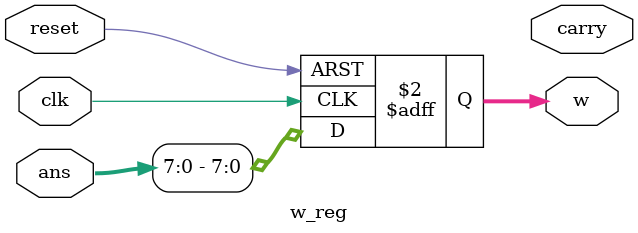
<source format=sv>
module w_reg (input logic [8:0] ans,
  input logic reset, clk,
  output logic carry,
  output logic [7:0] w);

  always @ (posedge clk or posedge reset) begin
    if (reset) begin
      w <= 0;
    end else begin
      w <= ans[15:0];
    end
  end
endmodule //w_reg

</source>
